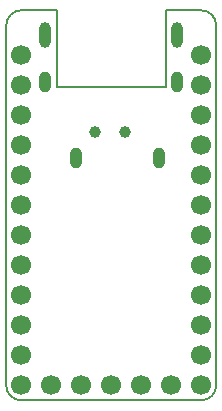
<source format=gbs>
G04 #@! TF.GenerationSoftware,KiCad,Pcbnew,(6.0.4)*
G04 #@! TF.CreationDate,2022-05-16T01:26:14+08:00*
G04 #@! TF.ProjectId,whale,7768616c-652e-46b6-9963-61645f706362,0.1*
G04 #@! TF.SameCoordinates,Original*
G04 #@! TF.FileFunction,Soldermask,Bot*
G04 #@! TF.FilePolarity,Negative*
%FSLAX46Y46*%
G04 Gerber Fmt 4.6, Leading zero omitted, Abs format (unit mm)*
G04 Created by KiCad (PCBNEW (6.0.4)) date 2022-05-16 01:26:14*
%MOMM*%
%LPD*%
G01*
G04 APERTURE LIST*
G04 #@! TA.AperFunction,Profile*
%ADD10C,0.150000*%
G04 #@! TD*
%ADD11O,1.000000X1.800000*%
%ADD12O,1.000000X2.200000*%
%ADD13C,1.700000*%
%ADD14C,1.000000*%
G04 APERTURE END LIST*
D10*
X30830000Y-22823554D02*
X30830000Y-29343554D01*
X27830000Y-55843554D02*
X43070000Y-55843554D01*
X26559946Y-54573554D02*
G75*
G03*
X27830000Y-55843554I1270054J54D01*
G01*
X26560000Y-24093554D02*
X26560000Y-54573554D01*
X30830000Y-29343554D02*
X40080000Y-29343554D01*
X27830000Y-22823554D02*
X30830000Y-22823554D01*
X40070000Y-22823554D02*
X43070000Y-22823554D01*
X43070000Y-55843500D02*
G75*
G03*
X44340000Y-54573554I100J1269900D01*
G01*
X40080000Y-29343554D02*
X40070000Y-22823554D01*
X44339946Y-24093554D02*
G75*
G03*
X43070000Y-22823554I-1269946J54D01*
G01*
X44340000Y-54573554D02*
X44340000Y-24093554D01*
X27830000Y-22823550D02*
G75*
G03*
X26560000Y-24093554I80J-1270080D01*
G01*
D11*
X29875000Y-28923554D03*
X41025000Y-28923554D03*
D12*
X29875000Y-24923554D03*
X41025000Y-24923554D03*
D13*
X40530000Y-54573554D03*
X37990000Y-54573554D03*
X35450000Y-54573554D03*
X32910000Y-54573554D03*
X30370000Y-54573554D03*
D14*
X34070000Y-33160000D03*
X36610000Y-33160000D03*
D13*
X27830000Y-54573554D03*
X27830000Y-52033554D03*
X27830000Y-49493554D03*
X27830000Y-46953554D03*
X27830000Y-44413554D03*
X27830000Y-41873554D03*
X27830000Y-39333554D03*
X27830000Y-36793554D03*
X27830000Y-34253554D03*
X27830000Y-31713554D03*
X27830000Y-29173554D03*
X27830000Y-26633554D03*
X43070000Y-26633554D03*
X43070000Y-29173554D03*
X43070000Y-31713554D03*
X43070000Y-34253554D03*
X43070000Y-36793554D03*
X43070000Y-39333554D03*
X43070000Y-41873554D03*
X43070000Y-44413554D03*
X43070000Y-46953554D03*
X43070000Y-49493554D03*
X43070000Y-52033554D03*
X43070000Y-54573554D03*
D11*
X32510000Y-35363554D03*
X39510000Y-35363554D03*
M02*

</source>
